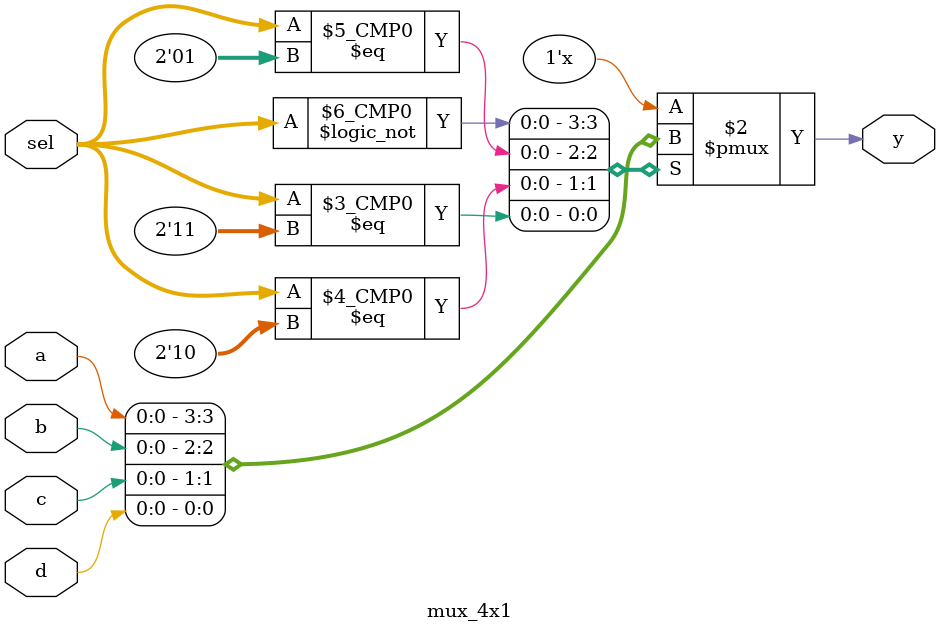
<source format=sv>
`timescale 1ns / 1ps




module mux_4x1
  (
    input a,b,c,d,
    input [1:0] sel,
    output reg y
  );
  
  always@(*)
    begin
      case(sel)
        2'b00: y = a;
        2'b01: y = b;
        2'b10: y = c;
        2'b11: y = d;
        default: y = 1'b0;
      endcase
    end
    
  
endmodule
</source>
